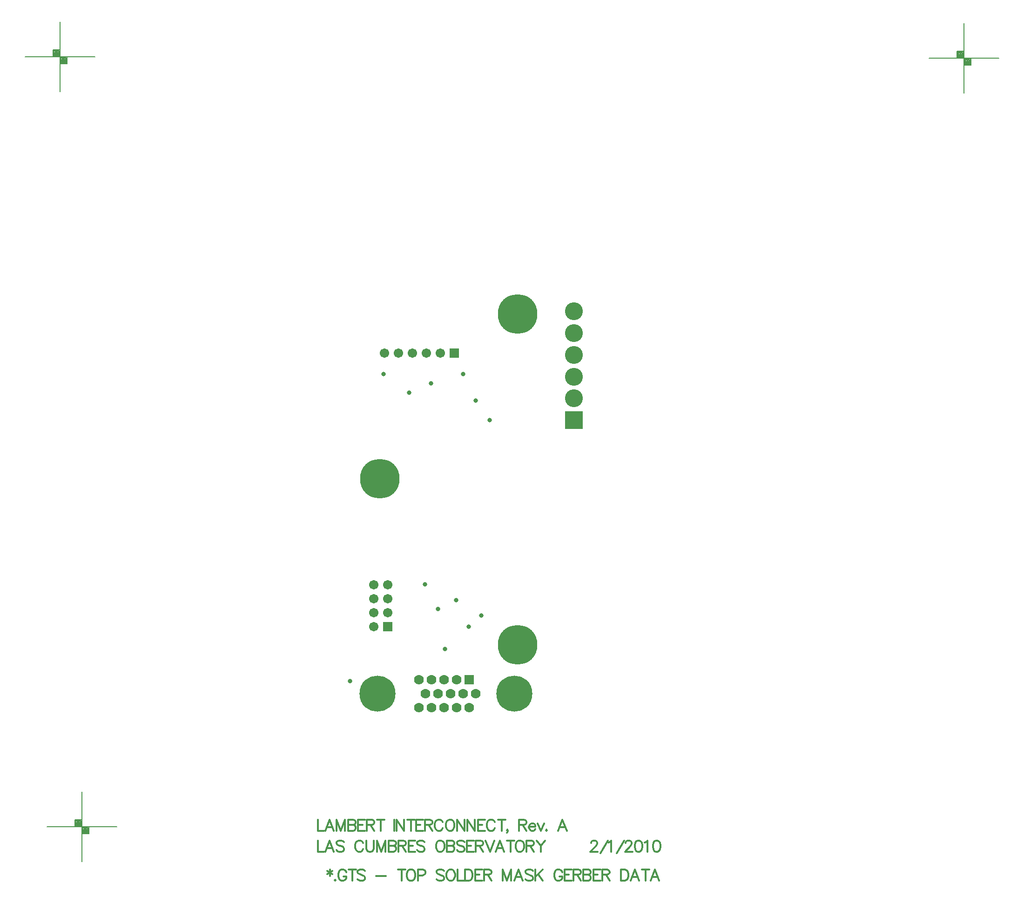
<source format=gts>
%FSLAX25Y25*%
%MOIN*%
G70*
G01*
G75*
G04 Layer_Color=8388736*
%ADD10C,0.01000*%
%ADD11C,0.03000*%
%ADD12C,0.01201*%
%ADD13C,0.00800*%
%ADD14C,0.01200*%
%ADD15C,0.01201*%
%ADD16R,0.05906X0.05906*%
%ADD17C,0.05906*%
%ADD18C,0.27559*%
%ADD19R,0.05906X0.05906*%
%ADD20R,0.12000X0.12000*%
%ADD21C,0.12000*%
%ADD22C,0.25000*%
%ADD23R,0.06200X0.06200*%
%ADD24C,0.06200*%
%ADD25C,0.02400*%
%ADD26C,0.04000*%
%ADD27C,0.07543*%
%ADD28C,0.19748*%
G04:AMPARAMS|DCode=29|XSize=95.433mil|YSize=95.433mil|CornerRadius=0mil|HoleSize=0mil|Usage=FLASHONLY|Rotation=0.000|XOffset=0mil|YOffset=0mil|HoleType=Round|Shape=Relief|Width=10mil|Gap=10mil|Entries=4|*
%AMTHD29*
7,0,0,0.09543,0.07543,0.01000,45*
%
%ADD29THD29*%
%ADD30C,0.11000*%
G04:AMPARAMS|DCode=31|XSize=130mil|YSize=130mil|CornerRadius=0mil|HoleSize=0mil|Usage=FLASHONLY|Rotation=0.000|XOffset=0mil|YOffset=0mil|HoleType=Round|Shape=Relief|Width=10mil|Gap=10mil|Entries=4|*
%AMTHD31*
7,0,0,0.13000,0.11000,0.01000,45*
%
%ADD31THD31*%
%ADD32C,0.16000*%
%ADD33C,0.07500*%
G04:AMPARAMS|DCode=34|XSize=95mil|YSize=95mil|CornerRadius=0mil|HoleSize=0mil|Usage=FLASHONLY|Rotation=0.000|XOffset=0mil|YOffset=0mil|HoleType=Round|Shape=Relief|Width=10mil|Gap=10mil|Entries=4|*
%AMTHD34*
7,0,0,0.09500,0.07500,0.01000,45*
%
%ADD34THD34*%
%ADD35C,0.05000*%
%ADD36C,0.00500*%
%ADD37C,0.00787*%
%ADD38R,0.18504X0.26378*%
%ADD39R,0.06706X0.06706*%
%ADD40C,0.06706*%
%ADD41C,0.28359*%
%ADD42R,0.06706X0.06706*%
%ADD43R,0.12800X0.12800*%
%ADD44C,0.12800*%
%ADD45C,0.25800*%
%ADD46R,0.07000X0.07000*%
%ADD47C,0.07000*%
%ADD48C,0.03200*%
D12*
X-4395Y-103025D02*
Y-107596D01*
X-6299Y-104168D02*
X-2490Y-106453D01*
Y-104168D02*
X-6299Y-106453D01*
X-472Y-110262D02*
X-853Y-110643D01*
X-472Y-111024D01*
X-91Y-110643D01*
X-472Y-110262D01*
X7374Y-104930D02*
X6993Y-104168D01*
X6231Y-103406D01*
X5470Y-103025D01*
X3946D01*
X3184Y-103406D01*
X2423Y-104168D01*
X2042Y-104930D01*
X1661Y-106072D01*
Y-107977D01*
X2042Y-109119D01*
X2423Y-109881D01*
X3184Y-110643D01*
X3946Y-111024D01*
X5470D01*
X6231Y-110643D01*
X6993Y-109881D01*
X7374Y-109119D01*
Y-107977D01*
X5470D02*
X7374D01*
X11868Y-103025D02*
Y-111024D01*
X9202Y-103025D02*
X14534D01*
X20819Y-104168D02*
X20057Y-103406D01*
X18914Y-103025D01*
X17391D01*
X16248Y-103406D01*
X15487Y-104168D01*
Y-104930D01*
X15868Y-105691D01*
X16248Y-106072D01*
X17010Y-106453D01*
X19295Y-107215D01*
X20057Y-107596D01*
X20438Y-107977D01*
X20819Y-108738D01*
Y-109881D01*
X20057Y-110643D01*
X18914Y-111024D01*
X17391D01*
X16248Y-110643D01*
X15487Y-109881D01*
X28893Y-107596D02*
X35749D01*
X47061Y-103025D02*
Y-111024D01*
X44395Y-103025D02*
X49727D01*
X52964D02*
X52202Y-103406D01*
X51441Y-104168D01*
X51060Y-104930D01*
X50679Y-106072D01*
Y-107977D01*
X51060Y-109119D01*
X51441Y-109881D01*
X52202Y-110643D01*
X52964Y-111024D01*
X54488D01*
X55250Y-110643D01*
X56011Y-109881D01*
X56392Y-109119D01*
X56773Y-107977D01*
Y-106072D01*
X56392Y-104930D01*
X56011Y-104168D01*
X55250Y-103406D01*
X54488Y-103025D01*
X52964D01*
X58639Y-107215D02*
X62067D01*
X63210Y-106834D01*
X63591Y-106453D01*
X63972Y-105691D01*
Y-104549D01*
X63591Y-103787D01*
X63210Y-103406D01*
X62067Y-103025D01*
X58639D01*
Y-111024D01*
X77378Y-104168D02*
X76616Y-103406D01*
X75474Y-103025D01*
X73950D01*
X72808Y-103406D01*
X72046Y-104168D01*
Y-104930D01*
X72427Y-105691D01*
X72808Y-106072D01*
X73569Y-106453D01*
X75855Y-107215D01*
X76616Y-107596D01*
X76997Y-107977D01*
X77378Y-108738D01*
Y-109881D01*
X76616Y-110643D01*
X75474Y-111024D01*
X73950D01*
X72808Y-110643D01*
X72046Y-109881D01*
X81453Y-103025D02*
X80692Y-103406D01*
X79930Y-104168D01*
X79549Y-104930D01*
X79168Y-106072D01*
Y-107977D01*
X79549Y-109119D01*
X79930Y-109881D01*
X80692Y-110643D01*
X81453Y-111024D01*
X82977D01*
X83739Y-110643D01*
X84500Y-109881D01*
X84881Y-109119D01*
X85262Y-107977D01*
Y-106072D01*
X84881Y-104930D01*
X84500Y-104168D01*
X83739Y-103406D01*
X82977Y-103025D01*
X81453D01*
X87128D02*
Y-111024D01*
X91699D01*
X92575Y-103025D02*
Y-111024D01*
Y-103025D02*
X95241D01*
X96384Y-103406D01*
X97145Y-104168D01*
X97526Y-104930D01*
X97907Y-106072D01*
Y-107977D01*
X97526Y-109119D01*
X97145Y-109881D01*
X96384Y-110643D01*
X95241Y-111024D01*
X92575D01*
X104648Y-103025D02*
X99697D01*
Y-111024D01*
X104648D01*
X99697Y-106834D02*
X102744D01*
X105982Y-103025D02*
Y-111024D01*
Y-103025D02*
X109409D01*
X110552Y-103406D01*
X110933Y-103787D01*
X111314Y-104549D01*
Y-105311D01*
X110933Y-106072D01*
X110552Y-106453D01*
X109409Y-106834D01*
X105982D01*
X108648D02*
X111314Y-111024D01*
X119388Y-103025D02*
Y-111024D01*
Y-103025D02*
X122435Y-111024D01*
X125482Y-103025D02*
X122435Y-111024D01*
X125482Y-103025D02*
Y-111024D01*
X133861D02*
X130814Y-103025D01*
X127767Y-111024D01*
X128910Y-108358D02*
X132719D01*
X141060Y-104168D02*
X140298Y-103406D01*
X139155Y-103025D01*
X137632D01*
X136489Y-103406D01*
X135728Y-104168D01*
Y-104930D01*
X136108Y-105691D01*
X136489Y-106072D01*
X137251Y-106453D01*
X139536Y-107215D01*
X140298Y-107596D01*
X140679Y-107977D01*
X141060Y-108738D01*
Y-109881D01*
X140298Y-110643D01*
X139155Y-111024D01*
X137632D01*
X136489Y-110643D01*
X135728Y-109881D01*
X142850Y-103025D02*
Y-111024D01*
X148182Y-103025D02*
X142850Y-108358D01*
X144754Y-106453D02*
X148182Y-111024D01*
X161969Y-104930D02*
X161589Y-104168D01*
X160827Y-103406D01*
X160065Y-103025D01*
X158542D01*
X157780Y-103406D01*
X157018Y-104168D01*
X156637Y-104930D01*
X156256Y-106072D01*
Y-107977D01*
X156637Y-109119D01*
X157018Y-109881D01*
X157780Y-110643D01*
X158542Y-111024D01*
X160065D01*
X160827Y-110643D01*
X161589Y-109881D01*
X161969Y-109119D01*
Y-107977D01*
X160065D02*
X161969D01*
X168749Y-103025D02*
X163798D01*
Y-111024D01*
X168749D01*
X163798Y-106834D02*
X166845D01*
X170082Y-103025D02*
Y-111024D01*
Y-103025D02*
X173510D01*
X174653Y-103406D01*
X175033Y-103787D01*
X175414Y-104549D01*
Y-105311D01*
X175033Y-106072D01*
X174653Y-106453D01*
X173510Y-106834D01*
X170082D01*
X172748D02*
X175414Y-111024D01*
X177204Y-103025D02*
Y-111024D01*
Y-103025D02*
X180632D01*
X181775Y-103406D01*
X182156Y-103787D01*
X182536Y-104549D01*
Y-105311D01*
X182156Y-106072D01*
X181775Y-106453D01*
X180632Y-106834D01*
X177204D02*
X180632D01*
X181775Y-107215D01*
X182156Y-107596D01*
X182536Y-108358D01*
Y-109500D01*
X182156Y-110262D01*
X181775Y-110643D01*
X180632Y-111024D01*
X177204D01*
X189278Y-103025D02*
X184327D01*
Y-111024D01*
X189278D01*
X184327Y-106834D02*
X187374D01*
X190611Y-103025D02*
Y-111024D01*
Y-103025D02*
X194039D01*
X195181Y-103406D01*
X195562Y-103787D01*
X195943Y-104549D01*
Y-105311D01*
X195562Y-106072D01*
X195181Y-106453D01*
X194039Y-106834D01*
X190611D01*
X193277D02*
X195943Y-111024D01*
X204018Y-103025D02*
Y-111024D01*
Y-103025D02*
X206684D01*
X207826Y-103406D01*
X208588Y-104168D01*
X208969Y-104930D01*
X209350Y-106072D01*
Y-107977D01*
X208969Y-109119D01*
X208588Y-109881D01*
X207826Y-110643D01*
X206684Y-111024D01*
X204018D01*
X217234D02*
X214187Y-103025D01*
X211140Y-111024D01*
X212282Y-108358D02*
X216091D01*
X221766Y-103025D02*
Y-111024D01*
X219100Y-103025D02*
X224432D01*
X231478Y-111024D02*
X228431Y-103025D01*
X225384Y-111024D01*
X226527Y-108358D02*
X230336D01*
D13*
X-207028Y-72528D02*
X-157028D01*
X-182028Y-97528D02*
Y-47528D01*
X-187028Y-67528D02*
X-187028Y-72528D01*
X-187028Y-67528D02*
X-182028Y-67528D01*
X-177028Y-72528D02*
X-177028Y-77528D01*
X-182028Y-77528D02*
X-177028Y-77528D01*
X-181528Y-73028D02*
X-177528D01*
Y-77028D02*
Y-73028D01*
X-181528Y-77028D02*
X-177528D01*
X-181528D02*
Y-73028D01*
X-181028Y-73528D02*
X-178028D01*
Y-76528D02*
Y-73528D01*
X-181028Y-76528D02*
X-178028D01*
X-181028D02*
Y-74028D01*
X-180528D02*
X-178528D01*
X-178528Y-76028D01*
X-180528Y-76028D02*
X-178528Y-76028D01*
X-180528Y-76028D02*
Y-74528D01*
X-180028Y-74528D02*
X-179028Y-74528D01*
Y-75528D02*
Y-74528D01*
X-180028Y-75528D02*
X-179028D01*
X-180028D02*
X-180028Y-74528D01*
Y-75028D02*
X-179028D01*
X-186528Y-68028D02*
X-182528D01*
Y-72028D02*
Y-68028D01*
X-186528Y-72028D02*
X-182528D01*
X-186528D02*
Y-68028D01*
X-186028Y-68528D02*
X-183028D01*
Y-71528D02*
Y-68528D01*
X-186028Y-71528D02*
X-183028D01*
X-186028D02*
Y-69028D01*
X-185528D02*
X-183528Y-69028D01*
Y-71028D02*
Y-69028D01*
X-185528Y-71028D02*
X-183528D01*
X-185528D02*
Y-69528D01*
X-185028D02*
X-184028D01*
X-184028Y-70528D02*
X-184028Y-69528D01*
X-185028Y-70528D02*
X-184028Y-70528D01*
X-185028Y-70528D02*
Y-69528D01*
Y-70028D02*
X-184028D01*
X-222728Y479172D02*
X-172728D01*
X-197728Y454172D02*
Y504172D01*
X-202728Y484172D02*
X-202728Y479172D01*
X-202728Y484172D02*
X-197728Y484172D01*
X-192728Y479172D02*
X-192728Y474172D01*
X-197728Y474172D02*
X-192728Y474172D01*
X-197228Y478672D02*
X-193228D01*
Y474672D02*
Y478672D01*
X-197228Y474672D02*
X-193228D01*
X-197228D02*
Y478672D01*
X-196728Y478172D02*
X-193728D01*
Y475172D02*
Y478172D01*
X-196728Y475172D02*
X-193728D01*
X-196728D02*
Y477672D01*
X-196228D02*
X-194228D01*
X-194228Y475672D01*
X-196228Y475672D02*
X-194228Y475672D01*
X-196228Y475672D02*
Y477172D01*
X-195728Y477172D02*
X-194728Y477172D01*
Y476172D02*
Y477172D01*
X-195728Y476172D02*
X-194728D01*
X-195728D02*
X-195728Y477172D01*
Y476672D02*
X-194728D01*
X-202228Y483672D02*
X-198228D01*
Y479672D02*
Y483672D01*
X-202228Y479672D02*
X-198228D01*
X-202228D02*
Y483672D01*
X-201728Y483172D02*
X-198728D01*
Y480172D02*
Y483172D01*
X-201728Y480172D02*
X-198728D01*
X-201728D02*
Y482672D01*
X-201228D02*
X-199228Y482672D01*
Y480672D02*
Y482672D01*
X-201227Y480672D02*
X-199228D01*
X-201227D02*
Y482172D01*
X-200728D02*
X-199727D01*
X-199728Y481172D02*
X-199727Y482172D01*
X-200728Y481172D02*
X-199728Y481172D01*
X-200728Y481172D02*
Y482172D01*
Y481672D02*
X-199728D01*
X424872Y478372D02*
X474872D01*
X449872Y453372D02*
Y503372D01*
X444872Y483372D02*
X444873Y478372D01*
X444872Y483372D02*
X449872Y483372D01*
X454872Y478372D02*
X454872Y473372D01*
X449872Y473372D02*
X454872Y473372D01*
X450372Y477872D02*
X454372D01*
Y473872D02*
Y477872D01*
X450372Y473872D02*
X454372D01*
X450372D02*
Y477872D01*
X450872Y477372D02*
X453872D01*
Y474372D02*
Y477372D01*
X450872Y474372D02*
X453872D01*
X450872D02*
Y476872D01*
X451372D02*
X453372D01*
X453372Y474872D01*
X451372Y474872D02*
X453372Y474872D01*
X451372Y474872D02*
Y476372D01*
X451872Y476372D02*
X452872Y476372D01*
Y475372D02*
Y476372D01*
X451872Y475372D02*
X452872D01*
X451872D02*
X451872Y476372D01*
Y475872D02*
X452872D01*
X445372Y482872D02*
X449372D01*
Y478872D02*
Y482872D01*
X445372Y478872D02*
X449372D01*
X445372D02*
Y482872D01*
X445872Y482372D02*
X448872D01*
Y479372D02*
Y482372D01*
X445872Y479372D02*
X448872D01*
X445872D02*
Y481872D01*
X446372D02*
X448372Y481872D01*
Y479872D02*
Y481872D01*
X446373Y479872D02*
X448372D01*
X446373D02*
Y481372D01*
X446872D02*
X447872D01*
X447872Y480372D02*
X447872Y481372D01*
X446872Y480372D02*
X447872Y480372D01*
X446872Y480372D02*
Y481372D01*
Y480872D02*
X447872D01*
D14*
X-13028Y-67283D02*
Y-75281D01*
X-8458D01*
X-1488D02*
X-4535Y-67283D01*
X-7582Y-75281D01*
X-6439Y-72615D02*
X-2631D01*
X378Y-67283D02*
Y-75281D01*
Y-67283D02*
X3425Y-75281D01*
X6472Y-67283D02*
X3425Y-75281D01*
X6472Y-67283D02*
Y-75281D01*
X8758Y-67283D02*
Y-75281D01*
Y-67283D02*
X12185D01*
X13328Y-67664D01*
X13709Y-68045D01*
X14090Y-68806D01*
Y-69568D01*
X13709Y-70330D01*
X13328Y-70711D01*
X12185Y-71092D01*
X8758D02*
X12185D01*
X13328Y-71472D01*
X13709Y-71853D01*
X14090Y-72615D01*
Y-73758D01*
X13709Y-74519D01*
X13328Y-74900D01*
X12185Y-75281D01*
X8758D01*
X20831Y-67283D02*
X15880D01*
Y-75281D01*
X20831D01*
X15880Y-71092D02*
X18927D01*
X22164Y-67283D02*
Y-75281D01*
Y-67283D02*
X25592D01*
X26735Y-67664D01*
X27115Y-68045D01*
X27496Y-68806D01*
Y-69568D01*
X27115Y-70330D01*
X26735Y-70711D01*
X25592Y-71092D01*
X22164D01*
X24830D02*
X27496Y-75281D01*
X31953Y-67283D02*
Y-75281D01*
X29286Y-67283D02*
X34619D01*
X41855D02*
Y-75281D01*
X43531Y-67283D02*
Y-75281D01*
Y-67283D02*
X48863Y-75281D01*
Y-67283D02*
Y-75281D01*
X53738Y-67283D02*
Y-75281D01*
X51072Y-67283D02*
X56404D01*
X62308D02*
X57357D01*
Y-75281D01*
X62308D01*
X57357Y-71092D02*
X60404D01*
X63641Y-67283D02*
Y-75281D01*
Y-67283D02*
X67069D01*
X68211Y-67664D01*
X68592Y-68045D01*
X68973Y-68806D01*
Y-69568D01*
X68592Y-70330D01*
X68211Y-70711D01*
X67069Y-71092D01*
X63641D01*
X66307D02*
X68973Y-75281D01*
X76476Y-69187D02*
X76095Y-68425D01*
X75334Y-67664D01*
X74572Y-67283D01*
X73048D01*
X72287Y-67664D01*
X71525Y-68425D01*
X71144Y-69187D01*
X70763Y-70330D01*
Y-72234D01*
X71144Y-73377D01*
X71525Y-74138D01*
X72287Y-74900D01*
X73048Y-75281D01*
X74572D01*
X75334Y-74900D01*
X76095Y-74138D01*
X76476Y-73377D01*
X81009Y-67283D02*
X80247Y-67664D01*
X79485Y-68425D01*
X79104Y-69187D01*
X78723Y-70330D01*
Y-72234D01*
X79104Y-73377D01*
X79485Y-74138D01*
X80247Y-74900D01*
X81009Y-75281D01*
X82532D01*
X83294Y-74900D01*
X84056Y-74138D01*
X84437Y-73377D01*
X84817Y-72234D01*
Y-70330D01*
X84437Y-69187D01*
X84056Y-68425D01*
X83294Y-67664D01*
X82532Y-67283D01*
X81009D01*
X86684D02*
Y-75281D01*
Y-67283D02*
X92016Y-75281D01*
Y-67283D02*
Y-75281D01*
X94225Y-67283D02*
Y-75281D01*
Y-67283D02*
X99557Y-75281D01*
Y-67283D02*
Y-75281D01*
X106717Y-67283D02*
X101766D01*
Y-75281D01*
X106717D01*
X101766Y-71092D02*
X104813D01*
X113763Y-69187D02*
X113383Y-68425D01*
X112621Y-67664D01*
X111859Y-67283D01*
X110336D01*
X109574Y-67664D01*
X108812Y-68425D01*
X108431Y-69187D01*
X108051Y-70330D01*
Y-72234D01*
X108431Y-73377D01*
X108812Y-74138D01*
X109574Y-74900D01*
X110336Y-75281D01*
X111859D01*
X112621Y-74900D01*
X113383Y-74138D01*
X113763Y-73377D01*
X118677Y-67283D02*
Y-75281D01*
X116011Y-67283D02*
X121343D01*
X123057Y-74900D02*
X122676Y-75281D01*
X122295Y-74900D01*
X122676Y-74519D01*
X123057Y-74900D01*
Y-75662D01*
X122676Y-76424D01*
X122295Y-76805D01*
X131093Y-67283D02*
Y-75281D01*
Y-67283D02*
X134521D01*
X135664Y-67664D01*
X136045Y-68045D01*
X136425Y-68806D01*
Y-69568D01*
X136045Y-70330D01*
X135664Y-70711D01*
X134521Y-71092D01*
X131093D01*
X133759D02*
X136425Y-75281D01*
X138215Y-72234D02*
X142786D01*
Y-71472D01*
X142405Y-70711D01*
X142024Y-70330D01*
X141262Y-69949D01*
X140120D01*
X139358Y-70330D01*
X138596Y-71092D01*
X138215Y-72234D01*
Y-72996D01*
X138596Y-74138D01*
X139358Y-74900D01*
X140120Y-75281D01*
X141262D01*
X142024Y-74900D01*
X142786Y-74138D01*
X144500Y-69949D02*
X146785Y-75281D01*
X149070Y-69949D02*
X146785Y-75281D01*
X150746Y-74519D02*
X150365Y-74900D01*
X150746Y-75281D01*
X151127Y-74900D01*
X150746Y-74519D01*
X165257Y-75281D02*
X162210Y-67283D01*
X159163Y-75281D01*
X160306Y-72615D02*
X164115D01*
D15*
X-13028Y-82284D02*
Y-90283D01*
X-8458D01*
X-1488D02*
X-4535Y-82284D01*
X-7582Y-90283D01*
X-6439Y-87617D02*
X-2631D01*
X5711Y-83427D02*
X4949Y-82665D01*
X3806Y-82284D01*
X2283D01*
X1140Y-82665D01*
X378Y-83427D01*
Y-84189D01*
X759Y-84951D01*
X1140Y-85331D01*
X1902Y-85712D01*
X4187Y-86474D01*
X4949Y-86855D01*
X5330Y-87236D01*
X5711Y-87998D01*
Y-89140D01*
X4949Y-89902D01*
X3806Y-90283D01*
X2283D01*
X1140Y-89902D01*
X378Y-89140D01*
X19498Y-84189D02*
X19117Y-83427D01*
X18355Y-82665D01*
X17594Y-82284D01*
X16070D01*
X15308Y-82665D01*
X14547Y-83427D01*
X14166Y-84189D01*
X13785Y-85331D01*
Y-87236D01*
X14166Y-88378D01*
X14547Y-89140D01*
X15308Y-89902D01*
X16070Y-90283D01*
X17594D01*
X18355Y-89902D01*
X19117Y-89140D01*
X19498Y-88378D01*
X21745Y-82284D02*
Y-87998D01*
X22126Y-89140D01*
X22888Y-89902D01*
X24030Y-90283D01*
X24792D01*
X25935Y-89902D01*
X26697Y-89140D01*
X27077Y-87998D01*
Y-82284D01*
X29286D02*
Y-90283D01*
Y-82284D02*
X32333Y-90283D01*
X35380Y-82284D02*
X32333Y-90283D01*
X35380Y-82284D02*
Y-90283D01*
X37666Y-82284D02*
Y-90283D01*
Y-82284D02*
X41093D01*
X42236Y-82665D01*
X42617Y-83046D01*
X42998Y-83808D01*
Y-84570D01*
X42617Y-85331D01*
X42236Y-85712D01*
X41093Y-86093D01*
X37666D02*
X41093D01*
X42236Y-86474D01*
X42617Y-86855D01*
X42998Y-87617D01*
Y-88759D01*
X42617Y-89521D01*
X42236Y-89902D01*
X41093Y-90283D01*
X37666D01*
X44788Y-82284D02*
Y-90283D01*
Y-82284D02*
X48216D01*
X49358Y-82665D01*
X49739Y-83046D01*
X50120Y-83808D01*
Y-84570D01*
X49739Y-85331D01*
X49358Y-85712D01*
X48216Y-86093D01*
X44788D01*
X47454D02*
X50120Y-90283D01*
X56861Y-82284D02*
X51910D01*
Y-90283D01*
X56861D01*
X51910Y-86093D02*
X54957D01*
X63527Y-83427D02*
X62765Y-82665D01*
X61622Y-82284D01*
X60099D01*
X58956Y-82665D01*
X58195Y-83427D01*
Y-84189D01*
X58575Y-84951D01*
X58956Y-85331D01*
X59718Y-85712D01*
X62003Y-86474D01*
X62765Y-86855D01*
X63146Y-87236D01*
X63527Y-87998D01*
Y-89140D01*
X62765Y-89902D01*
X61622Y-90283D01*
X60099D01*
X58956Y-89902D01*
X58195Y-89140D01*
X73886Y-82284D02*
X73125Y-82665D01*
X72363Y-83427D01*
X71982Y-84189D01*
X71601Y-85331D01*
Y-87236D01*
X71982Y-88378D01*
X72363Y-89140D01*
X73125Y-89902D01*
X73886Y-90283D01*
X75410D01*
X76172Y-89902D01*
X76933Y-89140D01*
X77314Y-88378D01*
X77695Y-87236D01*
Y-85331D01*
X77314Y-84189D01*
X76933Y-83427D01*
X76172Y-82665D01*
X75410Y-82284D01*
X73886D01*
X79561D02*
Y-90283D01*
Y-82284D02*
X82989D01*
X84132Y-82665D01*
X84513Y-83046D01*
X84894Y-83808D01*
Y-84570D01*
X84513Y-85331D01*
X84132Y-85712D01*
X82989Y-86093D01*
X79561D02*
X82989D01*
X84132Y-86474D01*
X84513Y-86855D01*
X84894Y-87617D01*
Y-88759D01*
X84513Y-89521D01*
X84132Y-89902D01*
X82989Y-90283D01*
X79561D01*
X92016Y-83427D02*
X91254Y-82665D01*
X90111Y-82284D01*
X88588D01*
X87445Y-82665D01*
X86684Y-83427D01*
Y-84189D01*
X87064Y-84951D01*
X87445Y-85331D01*
X88207Y-85712D01*
X90492Y-86474D01*
X91254Y-86855D01*
X91635Y-87236D01*
X92016Y-87998D01*
Y-89140D01*
X91254Y-89902D01*
X90111Y-90283D01*
X88588D01*
X87445Y-89902D01*
X86684Y-89140D01*
X98757Y-82284D02*
X93806D01*
Y-90283D01*
X98757D01*
X93806Y-86093D02*
X96853D01*
X100090Y-82284D02*
Y-90283D01*
Y-82284D02*
X103518D01*
X104661Y-82665D01*
X105042Y-83046D01*
X105422Y-83808D01*
Y-84570D01*
X105042Y-85331D01*
X104661Y-85712D01*
X103518Y-86093D01*
X100090D01*
X102756D02*
X105422Y-90283D01*
X107212Y-82284D02*
X110259Y-90283D01*
X113306Y-82284D02*
X110259Y-90283D01*
X120429D02*
X117382Y-82284D01*
X114335Y-90283D01*
X115477Y-87617D02*
X119286D01*
X124961Y-82284D02*
Y-90283D01*
X122295Y-82284D02*
X127627D01*
X130865D02*
X130103Y-82665D01*
X129341Y-83427D01*
X128960Y-84189D01*
X128579Y-85331D01*
Y-87236D01*
X128960Y-88378D01*
X129341Y-89140D01*
X130103Y-89902D01*
X130865Y-90283D01*
X132388D01*
X133150Y-89902D01*
X133912Y-89140D01*
X134292Y-88378D01*
X134673Y-87236D01*
Y-85331D01*
X134292Y-84189D01*
X133912Y-83427D01*
X133150Y-82665D01*
X132388Y-82284D01*
X130865D01*
X136540D02*
Y-90283D01*
Y-82284D02*
X139967D01*
X141110Y-82665D01*
X141491Y-83046D01*
X141872Y-83808D01*
Y-84570D01*
X141491Y-85331D01*
X141110Y-85712D01*
X139967Y-86093D01*
X136540D01*
X139206D02*
X141872Y-90283D01*
X143662Y-82284D02*
X146709Y-86093D01*
Y-90283D01*
X149756Y-82284D02*
X146709Y-86093D01*
X182587Y-84189D02*
Y-83808D01*
X182968Y-83046D01*
X183349Y-82665D01*
X184110Y-82284D01*
X185634D01*
X186396Y-82665D01*
X186776Y-83046D01*
X187157Y-83808D01*
Y-84570D01*
X186776Y-85331D01*
X186015Y-86474D01*
X182206Y-90283D01*
X187538D01*
X189328Y-91425D02*
X194660Y-82284D01*
X195194Y-83808D02*
X195955Y-83427D01*
X197098Y-82284D01*
Y-90283D01*
X201059Y-91425D02*
X206391Y-82284D01*
X207305Y-84189D02*
Y-83808D01*
X207686Y-83046D01*
X208067Y-82665D01*
X208829Y-82284D01*
X210352D01*
X211114Y-82665D01*
X211495Y-83046D01*
X211876Y-83808D01*
Y-84570D01*
X211495Y-85331D01*
X210733Y-86474D01*
X206925Y-90283D01*
X212257D01*
X216332Y-82284D02*
X215189Y-82665D01*
X214428Y-83808D01*
X214047Y-85712D01*
Y-86855D01*
X214428Y-88759D01*
X215189Y-89902D01*
X216332Y-90283D01*
X217094D01*
X218236Y-89902D01*
X218998Y-88759D01*
X219379Y-86855D01*
Y-85712D01*
X218998Y-83808D01*
X218236Y-82665D01*
X217094Y-82284D01*
X216332D01*
X221169Y-83808D02*
X221931Y-83427D01*
X223073Y-82284D01*
Y-90283D01*
X229320Y-82284D02*
X228177Y-82665D01*
X227415Y-83808D01*
X227034Y-85712D01*
Y-86855D01*
X227415Y-88759D01*
X228177Y-89902D01*
X229320Y-90283D01*
X230081D01*
X231224Y-89902D01*
X231986Y-88759D01*
X232367Y-86855D01*
Y-85712D01*
X231986Y-83808D01*
X231224Y-82665D01*
X230081Y-82284D01*
X229320D01*
D39*
X37008Y70866D02*
D03*
D40*
X27008D02*
D03*
X37008Y80866D02*
D03*
X27008D02*
D03*
X37008Y90866D02*
D03*
X27008D02*
D03*
X37008Y100866D02*
D03*
X27008D02*
D03*
X34646Y266929D02*
D03*
X44646D02*
D03*
X54646D02*
D03*
X64646D02*
D03*
X74646D02*
D03*
D41*
X31496Y176969D02*
D03*
X129921Y295079D02*
D03*
Y57874D02*
D03*
D42*
X84646Y266929D02*
D03*
D43*
X170472Y218898D02*
D03*
D44*
Y234498D02*
D03*
Y250098D02*
D03*
Y265698D02*
D03*
Y281298D02*
D03*
Y296898D02*
D03*
D45*
X127756Y22835D02*
D03*
X29756D02*
D03*
D46*
X95551Y32835D02*
D03*
D47*
Y12835D02*
D03*
X100039Y22835D02*
D03*
X86535Y12835D02*
D03*
X91024Y22835D02*
D03*
X86535Y32835D02*
D03*
X77520Y12835D02*
D03*
X82008Y22835D02*
D03*
X77520Y32835D02*
D03*
X68504Y12835D02*
D03*
X72992Y22835D02*
D03*
X68504Y32835D02*
D03*
X59488Y12835D02*
D03*
X63976Y22835D02*
D03*
X59488Y32835D02*
D03*
D48*
X10000Y32000D02*
D03*
X110000Y219000D02*
D03*
X104000Y79000D02*
D03*
X100000Y233000D02*
D03*
X95000Y71000D02*
D03*
X91000Y252000D02*
D03*
X34000D02*
D03*
X86000Y90000D02*
D03*
X78000Y55000D02*
D03*
X73000Y83800D02*
D03*
X68000Y245200D02*
D03*
X63900Y101300D02*
D03*
X52500Y238500D02*
D03*
M02*

</source>
